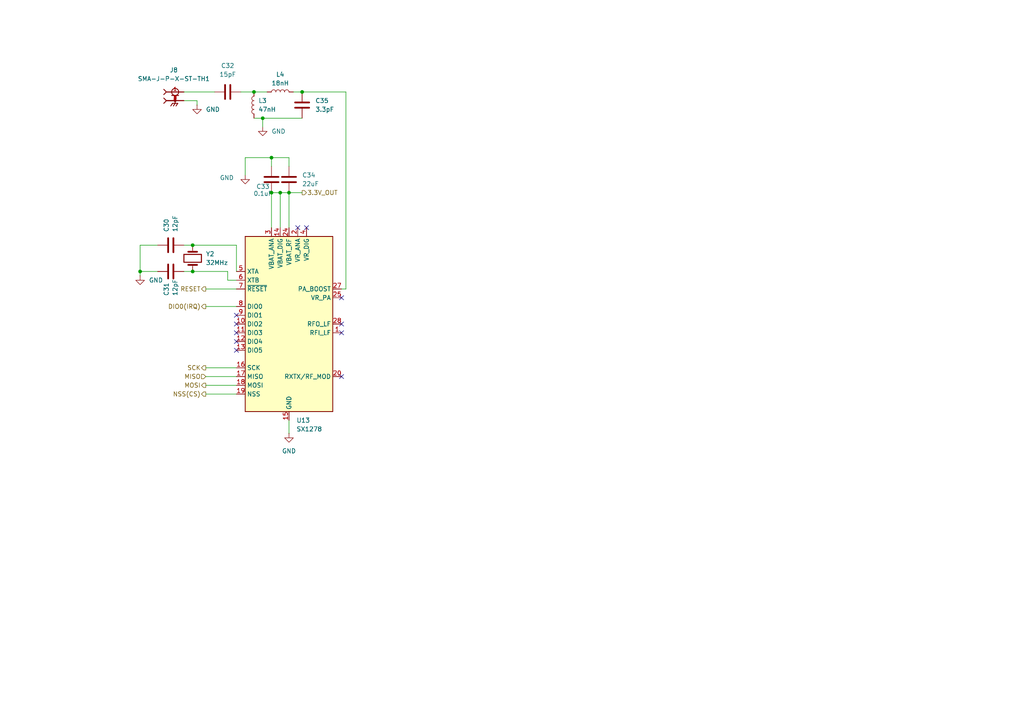
<source format=kicad_sch>
(kicad_sch (version 20250114) (generator "eeschema") (generator_version "9.0")
  (paper "A4")
  (lib_symbols
    (symbol "Device:C" (pin_numbers (hide yes)) (pin_names (offset 0.254))
      (property "Reference" "C" (at 0.635 2.54 0))
      (property "Value" "C" (at 0.635 -2.54 0))
      (symbol "C_0_1"
        (polyline (pts (xy -2.032 0.762) (xy 2.032 0.762)) (stroke (width 0.508)))
        (polyline (pts (xy -2.032 -0.762) (xy 2.032 -0.762)) (stroke (width 0.508)))
      )
      (symbol "C_1_1"
        (pin passive line (at 0 3.81 270) (length 2.794) (name "~") (number "1"))
        (pin passive line (at 0 -3.81 90) (length 2.794) (name "~") (number "2"))
      )
    )
    (symbol "Device:Crystal" (pin_numbers (hide yes)) (pin_names (offset 1.016) (hide yes))
      (property "Reference" "Y" (at 0 3.81 0))
      (property "Value" "Crystal" (at 0 -3.81 0))
      (symbol "Crystal_0_1"
        (polyline (pts (xy -2.54 0) (xy -1.905 0)))
        (polyline (pts (xy -1.905 -1.27) (xy -1.905 1.27)) (stroke (width 0.508)))
        (rectangle (start -1.143 2.54) (end 1.143 -2.54) (stroke (width 0.3048)))
        (polyline (pts (xy 1.905 -1.27) (xy 1.905 1.27)) (stroke (width 0.508)))
        (polyline (pts (xy 2.54 0) (xy 1.905 0)))
      )
      (symbol "Crystal_1_1"
        (pin passive line (at -3.81 0 0) (length 1.27) (name "1") (number "1"))
        (pin passive line (at 3.81 0 180) (length 1.27) (name "2") (number "2"))
      )
    )
    (symbol "Device:L" (pin_numbers (hide yes)) (pin_names (offset 1.016) (hide yes))
      (property "Reference" "L" (at -1.27 0 90))
      (property "Value" "L" (at 1.905 0 90))
      (symbol "L_0_1"
        (arc (start 0 2.54) (mid 0.6323 1.905) (end 0 1.27))
        (arc (start 0 1.27) (mid 0.6323 0.635) (end 0 0))
        (arc (start 0 0) (mid 0.6323 -0.635) (end 0 -1.27))
        (arc (start 0 -1.27) (mid 0.6323 -1.905) (end 0 -2.54))
      )
      (symbol "L_1_1"
        (pin passive line (at 0 3.81 270) (length 1.27) (name "1") (number "1"))
        (pin passive line (at 0 -3.81 90) (length 1.27) (name "2") (number "2"))
      )
    )
    (symbol "RF:SX1278"
      (property "Reference" "U" (at 13.97 24.13 0))
      (property "Value" "SX1278" (at 13.97 21.59 0))
      (symbol "SX1278_0_1"
        (rectangle (start -12.7 25.4) (end 12.7 -25.4) (stroke (width 0.254)) (fill (type background)))
      )
      (symbol "SX1278_1_1"
        (pin bidirectional line (at -15.24 15.24 0) (length 2.54) (name "XTA") (number "5"))
        (pin bidirectional line (at -15.24 12.7 0) (length 2.54) (name "XTB") (number "6"))
        (pin input line (at -15.24 10.16 0) (length 2.54) (name "~{RESET}") (number "7"))
        (pin bidirectional line (at -15.24 5.08 0) (length 2.54) (name "DIO0") (number "8"))
        (pin bidirectional line (at -15.24 2.54 0) (length 2.54) (name "DIO1") (number "9"))
        (pin bidirectional line (at -15.24 0 0) (length 2.54) (name "DIO2") (number "10"))
        (pin bidirectional line (at -15.24 -2.54 0) (length 2.54) (name "DIO3") (number "11"))
        (pin bidirectional line (at -15.24 -5.08 0) (length 2.54) (name "DIO4") (number "12"))
        (pin bidirectional line (at -15.24 -7.62 0) (length 2.54) (name "DIO5") (number "13"))
        (pin input line (at -15.24 -12.7 0) (length 2.54) (name "SCK") (number "16"))
        (pin output line (at -15.24 -15.24 0) (length 2.54) (name "MISO") (number "17"))
        (pin input line (at -15.24 -17.78 0) (length 2.54) (name "MOSI") (number "18"))
        (pin input line (at -15.24 -20.32 0) (length 2.54) (name "NSS") (number "19"))
        (pin power_in line (at -5.08 27.94 270) (length 2.54) (name "VBAT_ANA") (number "3"))
        (pin power_in line (at -2.54 27.94 270) (length 2.54) (name "VBAT_DIG") (number "14"))
        (pin power_in line (at 0 27.94 270) (length 2.54) (name "VBAT_RF") (number "24"))
        (pin power_in line (at 0 -27.94 90) (length 2.54) (name "GND") (number "15"))
        (pin passive line (at 0 -27.94 90) (length 2.54) (hide yes) (name "GND") (number "21"))
        (pin passive line (at 0 -27.94 90) (length 2.54) (hide yes) (name "GND") (number "22"))
        (pin passive line (at 0 -27.94 90) (length 2.54) (hide yes) (name "GND") (number "23"))
        (pin passive line (at 0 -27.94 90) (length 2.54) (hide yes) (name "GND") (number "26"))
        (pin passive line (at 0 -27.94 90) (length 2.54) (hide yes) (name "GND") (number "29"))
        (pin power_in line (at 2.54 27.94 270) (length 2.54) (name "VR_ANA") (number "2"))
        (pin power_in line (at 5.08 27.94 270) (length 2.54) (name "VR_DIG") (number "4"))
        (pin power_out line (at 15.24 10.16 180) (length 2.54) (name "PA_BOOST") (number "27"))
        (pin power_out line (at 15.24 7.62 180) (length 2.54) (name "VR_PA") (number "25"))
        (pin output line (at 15.24 0 180) (length 2.54) (name "RFO_LF") (number "28"))
        (pin input line (at 15.24 -2.54 180) (length 2.54) (name "RFI_LF") (number "1"))
        (pin output line (at 15.24 -15.24 180) (length 2.54) (name "RXTX/RF_MOD") (number "20"))
      )
    )
    (symbol "SMA-J-P-X-ST-TH1:SMA-J-P-X-ST-TH1" (pin_names (offset 1.016))
      (property "Reference" "J" (at -3.81 4.064 0))
      (property "Value" "SMA-J-P-X-ST-TH1" (at -4.064 -4.318 0))
      (symbol "SMA-J-P-X-ST-TH1_0_0"
        (polyline (pts (xy -3.302 3.302) (xy -2.54 2.54)) (stroke (width 0.254)))
        (polyline (pts (xy -3.302 1.778) (xy -2.54 2.54)) (stroke (width 0.254)))
        (polyline (pts (xy -3.302 0.762) (xy -2.54 0)) (stroke (width 0.254)))
        (polyline (pts (xy -3.302 -0.762) (xy -2.54 0)) (stroke (width 0.254)))
        (polyline (pts (xy -2.54 2.54) (xy 2.54 2.54)) (stroke (width 0.254)))
        (polyline (pts (xy -2.54 0) (xy 0 0)) (stroke (width 0.254)))
        (polyline (pts (xy -1.016 1.524) (xy 0 1.524)) (stroke (width 0.254)))
        (polyline (pts (xy -0.762 -0.762) (xy -1.27 -1.524)) (stroke (width 0.254)))
        (circle (center 0 2.54) (radius 1.016) (stroke (width 0.254)))
        (polyline (pts (xy 0 1.524) (xy 0 0)) (stroke (width 0.254)))
        (polyline (pts (xy 0 1.524) (xy 1.016 1.524)) (stroke (width 0.254)))
        (polyline (pts (xy 0 0) (xy -2.286 0)) (stroke (width 0.254)))
        (polyline (pts (xy 0 0) (xy 0 -0.762)) (stroke (width 0.254)))
        (circle (center 0 0) (radius 0.254) (stroke (width 0.254)))
        (polyline (pts (xy 0 -0.762) (xy -0.762 -0.762)) (stroke (width 0.254)))
        (polyline (pts (xy 0 -0.762) (xy -0.508 -1.524)) (stroke (width 0.254)))
        (polyline (pts (xy 0 -0.762) (xy 0.762 -0.762)) (stroke (width 0.254)))
        (polyline (pts (xy 0.762 -0.762) (xy 0.254 -1.524)) (stroke (width 0.254)))
        (polyline (pts (xy 2.54 0) (xy 0 0)) (stroke (width 0.254)))
        (pin passive line (at 2.54 2.54 180) (length 5.08) (name "~") (number "1"))
        (pin passive line (at 2.54 0 180) (length 5.08) (name "~") (number "2"))
        (pin passive line (at 2.54 0 180) (length 5.08) (name "~") (number "3"))
        (pin passive line (at 2.54 0 180) (length 5.08) (name "~") (number "4"))
        (pin passive line (at 2.54 0 180) (length 5.08) (name "~") (number "5"))
      )
    )
    (symbol "power:GND" (power) (pin_numbers (hide yes)) (pin_names (offset 0) (hide yes))
      (property "Value" "GND" (at 0 -3.81 0))
      (symbol "GND_0_1"
        (polyline (pts (xy 0 0) (xy 0 -1.27) (xy 1.27 -1.27) (xy 0 -2.54) (xy -1.27 -1.27) (xy 0 -1.27)))
      )
      (symbol "GND_1_1"
        (pin power_in line (at 0 0 270) (length 0) (name "~") (number "1"))
      )
    )
  )
  (junction (at 87.63 26.67))
  (junction (at 81.28 55.88))
  (junction (at 76.2 34.29))
  (junction (at 40.64 78.74))
  (junction (at 73.66 26.67))
  (junction (at 55.88 78.74))
  (junction (at 55.88 71.12))
  (junction (at 78.74 45.72))
  (junction (at 78.74 55.88))
  (junction (at 83.82 55.88))
  (no_connect (at 86.36 66.04))
  (no_connect (at 99.06 109.22))
  (no_connect (at 99.06 93.98))
  (no_connect (at 68.58 101.6))
  (no_connect (at 99.06 86.36))
  (no_connect (at 68.58 96.52))
  (no_connect (at 68.58 93.98))
  (no_connect (at 68.58 99.06))
  (no_connect (at 99.06 96.52))
  (no_connect (at 68.58 91.44))
  (no_connect (at 88.9 66.04))
  (wire (pts (xy 83.82 55.88) (xy 81.28 55.88)))
  (wire (pts (xy 83.82 55.88) (xy 87.63 55.88)))
  (wire (pts (xy 78.74 45.72) (xy 83.82 45.72)))
  (wire (pts (xy 40.64 78.74) (xy 45.72 78.74)))
  (wire (pts (xy 53.34 26.67) (xy 62.23 26.67)))
  (wire (pts (xy 66.04 78.74) (xy 66.04 81.28)))
  (wire (pts (xy 100.33 26.67) (xy 100.33 83.82)))
  (wire (pts (xy 83.82 55.88) (xy 83.82 66.04)))
  (wire (pts (xy 40.64 71.12) (xy 40.64 78.74)))
  (wire (pts (xy 40.64 80.01) (xy 40.64 78.74)))
  (wire (pts (xy 87.63 26.67) (xy 85.09 26.67)))
  (wire (pts (xy 71.12 45.72) (xy 78.74 45.72)))
  (wire (pts (xy 71.12 50.8) (xy 71.12 45.72)))
  (wire (pts (xy 53.34 71.12) (xy 55.88 71.12)))
  (wire (pts (xy 78.74 55.88) (xy 78.74 66.04)))
  (wire (pts (xy 76.2 34.29) (xy 76.2 36.83)))
  (wire (pts (xy 53.34 78.74) (xy 55.88 78.74)))
  (wire (pts (xy 100.33 83.82) (xy 99.06 83.82)))
  (wire (pts (xy 76.2 34.29) (xy 87.63 34.29)))
  (wire (pts (xy 83.82 121.92) (xy 83.82 125.73)))
  (wire (pts (xy 55.88 78.74) (xy 66.04 78.74)))
  (wire (pts (xy 59.69 106.68) (xy 68.58 106.68)))
  (wire (pts (xy 40.64 71.12) (xy 45.72 71.12)))
  (wire (pts (xy 78.74 45.72) (xy 78.74 48.26)))
  (wire (pts (xy 66.04 81.28) (xy 68.58 81.28)))
  (wire (pts (xy 73.66 34.29) (xy 76.2 34.29)))
  (wire (pts (xy 83.82 45.72) (xy 83.82 48.26)))
  (wire (pts (xy 59.69 88.9) (xy 68.58 88.9)))
  (wire (pts (xy 69.85 26.67) (xy 73.66 26.67)))
  (wire (pts (xy 81.28 55.88) (xy 81.28 66.04)))
  (wire (pts (xy 55.88 71.12) (xy 68.58 71.12)))
  (wire (pts (xy 68.58 71.12) (xy 68.58 78.74)))
  (wire (pts (xy 59.69 109.22) (xy 68.58 109.22)))
  (wire (pts (xy 81.28 55.88) (xy 78.74 55.88)))
  (wire (pts (xy 59.69 114.3) (xy 68.58 114.3)))
  (wire (pts (xy 57.15 29.21) (xy 57.15 30.48)))
  (wire (pts (xy 100.33 26.67) (xy 87.63 26.67)))
  (wire (pts (xy 59.69 83.82) (xy 68.58 83.82)))
  (wire (pts (xy 59.69 111.76) (xy 68.58 111.76)))
  (wire (pts (xy 57.15 29.21) (xy 53.34 29.21)))
  (wire (pts (xy 73.66 26.67) (xy 77.47 26.67)))
  (hierarchical_label "MOSI" (shape output) (at 59.69 111.76 180))
  (hierarchical_label "RESET" (shape output) (at 59.69 83.82 180))
  (hierarchical_label "SCK" (shape output) (at 59.69 106.68 180))
  (hierarchical_label "MISO" (shape input) (at 59.69 109.22 180))
  (hierarchical_label "NSS(CS)" (shape output) (at 59.69 114.3 180))
  (hierarchical_label "DIO0(IRQ)" (shape output) (at 59.69 88.9 180))
  (hierarchical_label "3.3V_OUT" (shape output) (at 87.63 55.88 0))
  (symbol (lib_id "Device:C") (at 83.82 52.07 0) (unit 1)
    (property "Reference" "C34" (at 87.63 50.7999 0) (effects (justify left)))
    (property "Value" "22uF" (at 87.63 53.3399 0) (effects (justify left)))
    (property "Footprint" "Capacitor_SMD:C_0805_2012Metric" (effects (hide yes)))
    (property "Description" "Unpolarized capacitor" (effects (hide yes)))
  )
  (symbol (lib_id "Device:L") (at 73.66 30.48 180) (unit 1)
    (property "Reference" "L3" (at 74.93 29.2099 0) (effects (justify right)))
    (property "Value" "47nH" (at 74.93 31.7499 0) (effects (justify right)))
    (property "Footprint" "Inductor_SMD:L_0402_1005Metric" (effects (hide yes)))
    (property "Description" "Inductor" (effects (hide yes)))
  )
  (symbol (lib_id "Device:Crystal") (at 55.88 74.93 90) (unit 1)
    (property "Reference" "Y2" (at 59.69 73.6599 90) (effects (justify right)))
    (property "Value" "32MHz" (at 59.69 76.1999 90) (effects (justify right)))
    (property "Footprint" "Crystal:Crystal_SMD_2016-4Pin_2.0x1.6mm" (effects (hide yes)))
    (property "Description" "Two pin crystal" (effects (hide yes)))
  )
  (symbol (lib_id "Device:L") (at 81.28 26.67 90) (unit 1)
    (property "Reference" "L4" (at 81.28 21.59 90))
    (property "Value" "18nH" (at 81.28 24.13 90))
    (property "Footprint" "Inductor_SMD:L_0402_1005Metric" (effects (hide yes)))
    (property "Description" "Inductor" (effects (hide yes)))
  )
  (symbol (lib_id "Device:C") (at 87.63 30.48 0) (unit 1)
    (property "Reference" "C35" (at 91.44 29.2099 0) (effects (justify left)))
    (property "Value" "3.3pF" (at 91.44 31.7499 0) (effects (justify left)))
    (property "Footprint" "Capacitor_SMD:C_0402_1005Metric" (effects (hide yes)))
    (property "Description" "Unpolarized capacitor" (effects (hide yes)))
  )
  (symbol (lib_id "SMA-J-P-X-ST-TH1:SMA-J-P-X-ST-TH1") (at 50.8 29.21 0) (unit 1)
    (property "Reference" "J8" (at 50.419 20.32 0))
    (property "Value" "SMA-J-P-X-ST-TH1" (at 50.419 22.86 0))
    (property "Footprint" "SMA-J-P-X-ST-TH1:SAMTEC_SMA-J-P-X-ST-TH1" (effects (hide yes)))
    (property "MF" "Samtec" (effects (hide yes)))
    (property "MAXIMUM_PACKAGE_HEIGHT" "9.55mm" (effects (hide yes)))
    (property "Package" "None" (effects (hide yes)))
    (property "Price" "None" (effects (hide yes)))
    (property "Check_prices" "https://www.snapeda.com/parts/SMA-J-P-H-ST-TH1/Samtec+Inc./view-part/?ref=eda" (effects (hide yes)))
    (property "STANDARD" "Manufacturer Recommendations" (effects (hide yes)))
    (property "PARTREV" "F" (effects (hide yes)))
    (property "SnapEDA_Link" "https://www.snapeda.com/parts/SMA-J-P-H-ST-TH1/Samtec+Inc./view-part/?ref=snap" (effects (hide yes)))
    (property "MP" "SMA-J-P-H-ST-TH1" (effects (hide yes)))
    (property "Description_1" "SMA Connector Jack, Female Socket 50 Ohms Through Hole Solder" (effects (hide yes)))
    (property "Availability" "In Stock" (effects (hide yes)))
    (property "MANUFACTURER" "Samtec" (effects (hide yes)))
  )
  (symbol (lib_id "power:GND") (at 76.2 36.83 0) (unit 1)
    (property "Reference" "#PWR046" (effects (hide yes)))
    (property "Value" "GND" (at 78.74 38.0999 0) (effects (justify left)))
    (property "Description" "Power symbol creates a global label with name \"GND\" , ground" (effects (hide yes)))
  )
  (symbol (lib_id "RF:SX1278") (at 83.82 93.98 0) (unit 1)
    (property "Reference" "U13" (at 85.9633 121.92 0) (effects (justify left)))
    (property "Value" "SX1278" (at 85.9633 124.46 0) (effects (justify left)))
    (property "Footprint" "Package_DFN_QFN:QFN-28-1EP_6x6mm_P0.65mm_EP4.8x4.8mm" (effects (hide yes)))
    (property "Datasheet" "https://semtech.my.salesforce.com/sfc/p/#E0000000JelG/a/2R0000001Rbr/6EfVZUorrpoKFfvaF_Fkpgp5kzjiNyiAbqcpqh9qSjE" (effects (hide yes)))
    (property "Description" "137 MHz to 525 MHz Low Power Long Range Transceiver, spreading factor from 6 to 12, LoRA, QFN-28" (effects (hide yes)))
  )
  (symbol (lib_id "Device:C") (at 78.74 52.07 180) (unit 1)
    (property "Reference" "C33" (at 78.232 54.102 0) (effects (justify left)))
    (property "Value" "0.1uF" (at 78.994 56.134 0) (effects (justify left)))
    (property "Footprint" "Capacitor_SMD:C_0603_1608Metric" (effects (hide yes)))
    (property "Description" "Unpolarized capacitor" (effects (hide yes)))
  )
  (symbol (lib_id "power:GND") (at 40.64 80.01 0) (unit 1)
    (property "Reference" "#PWR043" (effects (hide yes)))
    (property "Value" "GND" (at 43.18 81.2799 0) (effects (justify left)))
    (property "Description" "Power symbol creates a global label with name \"GND\" , ground" (effects (hide yes)))
  )
  (symbol (lib_id "power:GND") (at 83.82 125.73 0) (unit 1)
    (property "Reference" "#PWR047" (effects (hide yes)))
    (property "Value" "GND" (at 83.82 130.81 0))
    (property "Description" "Power symbol creates a global label with name \"GND\" , ground" (effects (hide yes)))
  )
  (symbol (lib_id "Device:C") (at 49.53 78.74 90) (unit 1)
    (property "Reference" "C31" (at 48.26 85.852 0) (effects (justify left)))
    (property "Value" "12pF" (at 50.8 85.852 0) (effects (justify left)))
    (property "Footprint" "Capacitor_SMD:C_0402_1005Metric" (effects (hide yes)))
    (property "Description" "Unpolarized capacitor" (effects (hide yes)))
  )
  (symbol (lib_id "Device:C") (at 66.04 26.67 270) (unit 1)
    (property "Reference" "C32" (at 66.04 19.05 90))
    (property "Value" "15pF" (at 66.04 21.59 90))
    (property "Footprint" "Capacitor_SMD:C_0402_1005Metric" (effects (hide yes)))
    (property "Description" "Unpolarized capacitor" (effects (hide yes)))
  )
  (symbol (lib_id "power:GND") (at 57.15 30.48 0) (unit 1)
    (property "Reference" "#PWR044" (effects (hide yes)))
    (property "Value" "GND" (at 59.69 31.7499 0) (effects (justify left)))
    (property "Description" "Power symbol creates a global label with name \"GND\" , ground" (effects (hide yes)))
  )
  (symbol (lib_id "Device:C") (at 49.53 71.12 90) (unit 1)
    (property "Reference" "C30" (at 48.2599 67.31 0) (effects (justify left)))
    (property "Value" "12pF" (at 50.7999 67.31 0) (effects (justify left)))
    (property "Footprint" "Capacitor_SMD:C_0402_1005Metric" (effects (hide yes)))
    (property "Description" "Unpolarized capacitor" (effects (hide yes)))
  )
  (symbol (lib_id "power:GND") (at 71.12 50.8 0) (unit 1)
    (property "Reference" "#PWR045" (effects (hide yes)))
    (property "Value" "GND" (at 65.786 51.562 0))
    (property "Description" "Power symbol creates a global label with name \"GND\" , ground" (effects (hide yes)))
  )
)
</source>
